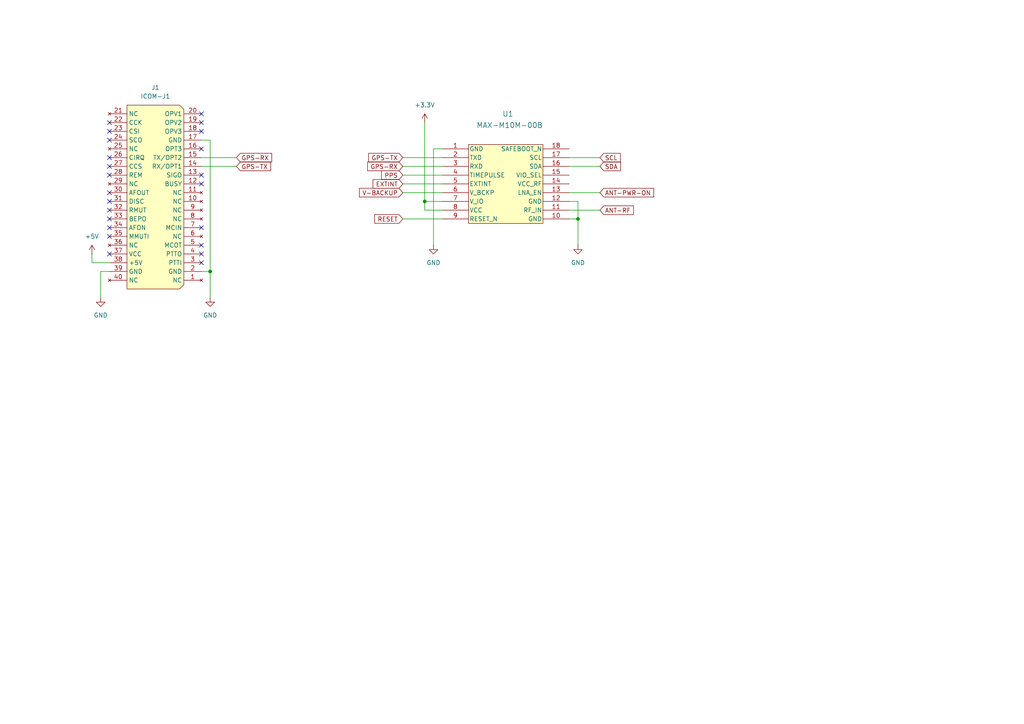
<source format=kicad_sch>
(kicad_sch (version 20231120) (generator "eeschema") (generator_version "8.0")
  (paper "A4")
  (title_block (title "ICOM Internal GPS Module") (date "2024-03-12") (rev "1.0") (company "MSF") (comment 1 "Frédéric Druppel"))
  (lib_symbols
    (symbol "2024-03-11_12-39-59:MAX-M10M-00B" (pin_names (offset 0.254))
      (property "Reference" "U" (at 18.288 7.874 0))
      (property "Value" "MAX-M10M-00B" (at 18.288 5.334 0))
      (symbol "MAX-M10M-00B_0_1"
        (pin power_out line (at 0 0 0) (length 7.62) (name "GND") (number "1"))
        (pin power_out line (at 36.83 -20.32 180) (length 7.62) (name "GND") (number "10"))
        (pin input line (at 36.83 -17.78 180) (length 7.62) (name "RF_IN") (number "11"))
        (pin power_out line (at 36.83 -15.24 180) (length 7.62) (name "GND") (number "12"))
        (pin output line (at 36.83 -12.7 180) (length 7.62) (name "LNA_EN") (number "13"))
        (pin output line (at 36.83 -10.16 180) (length 7.62) (name "VCC_RF") (number "14"))
        (pin input line (at 36.83 -7.62 180) (length 7.62) (name "VIO_SEL") (number "15"))
        (pin bidirectional line (at 36.83 -5.08 180) (length 7.62) (name "SDA") (number "16"))
        (pin input line (at 36.83 -2.54 180) (length 7.62) (name "SCL") (number "17"))
        (pin input line (at 36.83 0 180) (length 7.62) (name "SAFEBOOT_N") (number "18"))
        (pin output line (at 0 -2.54 0) (length 7.62) (name "TXD") (number "2"))
        (pin input line (at 0 -5.08 0) (length 7.62) (name "RXD") (number "3"))
        (pin output line (at 0 -7.62 0) (length 7.62) (name "TIMEPULSE") (number "4"))
        (pin input line (at 0 -10.16 0) (length 7.62) (name "EXTINT") (number "5"))
        (pin power_in line (at 0 -12.7 0) (length 7.62) (name "V_BCKP") (number "6"))
        (pin power_in line (at 0 -15.24 0) (length 7.62) (name "V_IO") (number "7"))
        (pin power_in line (at 0 -17.78 0) (length 7.62) (name "VCC") (number "8"))
        (pin input line (at 0 -20.32 0) (length 7.62) (name "RESET_N") (number "9"))
      )
      (symbol "MAX-M10M-00B_1_1"
        (rectangle (start 7.62 1.27) (end 29.21 -21.59) (fill (type background)))
      )
    )
    (symbol "ICOM-J1-J2:ICOM-J1"
      (property "Reference" "J" (at 5.08 7.62 0))
      (property "Value" "ICOM-J1" (at 5.08 5.08 0))
      (symbol "ICOM-J1_1_1"
        (polyline (pts (xy 5.08 -50.8) (xy 5.08 2.54) (xy 20.32 2.54) (xy 21.59 1.27) (xy 21.59 -49.53) (xy 20.32 -50.8) (xy 5.08 -50.8)) (fill (type background)))
        (pin no_connect line (at 26.67 -48.26 180) (length 5.08) (name "NC") (number "1"))
        (pin no_connect line (at 26.67 -25.4 180) (length 5.08) (name "NC") (number "10"))
        (pin no_connect line (at 26.67 -22.86 180) (length 5.08) (name "NC") (number "11"))
        (pin passive line (at 26.67 -20.32 180) (length 5.08) (name "BUSY") (number "12"))
        (pin passive line (at 26.67 -17.78 180) (length 5.08) (name "SIGO") (number "13"))
        (pin passive line (at 26.67 -15.24 180) (length 5.08) (name "RX/OPT1") (number "14"))
        (pin passive line (at 26.67 -12.7 180) (length 5.08) (name "TX/OPT2") (number "15"))
        (pin passive line (at 26.67 -10.16 180) (length 5.08) (name "OPT3") (number "16"))
        (pin passive line (at 26.67 -7.62 180) (length 5.08) (name "GND") (number "17"))
        (pin passive line (at 26.67 -5.08 180) (length 5.08) (name "OPV3") (number "18"))
        (pin passive line (at 26.67 -2.54 180) (length 5.08) (name "OPV2") (number "19"))
        (pin passive line (at 26.67 -45.72 180) (length 5.08) (name "GND") (number "2"))
        (pin passive line (at 26.67 0 180) (length 5.08) (name "OPV1") (number "20"))
        (pin no_connect line (at 0 0 0) (length 5.08) (name "NC") (number "21"))
        (pin passive line (at 0 -2.54 0) (length 5.08) (name "CCK") (number "22"))
        (pin passive line (at 0 -5.08 0) (length 5.08) (name "CSI") (number "23"))
        (pin passive line (at 0 -7.62 0) (length 5.08) (name "SCO") (number "24"))
        (pin no_connect line (at 0 -10.16 0) (length 5.08) (name "NC") (number "25"))
        (pin passive line (at 0 -12.7 0) (length 5.08) (name "CIRQ") (number "26"))
        (pin passive line (at 0 -15.24 0) (length 5.08) (name "CCS") (number "27"))
        (pin passive line (at 0 -17.78 0) (length 5.08) (name "REM") (number "28"))
        (pin no_connect line (at 0 -20.32 0) (length 5.08) (name "NC") (number "29"))
        (pin passive line (at 26.67 -43.18 180) (length 5.08) (name "PTTI") (number "3"))
        (pin passive line (at 0 -22.86 0) (length 5.08) (name "AFOUT") (number "30"))
        (pin passive line (at 0 -25.4 0) (length 5.08) (name "DISC") (number "31"))
        (pin passive line (at 0 -27.94 0) (length 5.08) (name "RMUT") (number "32"))
        (pin passive line (at 0 -30.48 0) (length 5.08) (name "BEPO") (number "33"))
        (pin passive line (at 0 -33.02 0) (length 5.08) (name "AFON") (number "34"))
        (pin passive line (at 0 -35.56 0) (length 5.08) (name "MMUTI") (number "35"))
        (pin no_connect line (at 0 -38.1 0) (length 5.08) (name "NC") (number "36"))
        (pin passive line (at 0 -40.64 0) (length 5.08) (name "VCC") (number "37"))
        (pin passive line (at 0 -43.18 0) (length 5.08) (name "+5V") (number "38"))
        (pin passive line (at 0 -45.72 0) (length 5.08) (name "GND") (number "39"))
        (pin passive line (at 26.67 -40.64 180) (length 5.08) (name "PTTO") (number "4"))
        (pin no_connect line (at 0 -48.26 0) (length 5.08) (name "NC") (number "40"))
        (pin passive line (at 26.67 -38.1 180) (length 5.08) (name "MCOT") (number "5"))
        (pin no_connect line (at 26.67 -35.56 180) (length 5.08) (name "NC") (number "6"))
        (pin passive line (at 26.67 -33.02 180) (length 5.08) (name "MCIN") (number "7"))
        (pin no_connect line (at 26.67 -30.48 180) (length 5.08) (name "NC") (number "8"))
        (pin no_connect line (at 26.67 -27.94 180) (length 5.08) (name "NC") (number "9"))
      )
    )
    (symbol "power:+3.3V" (power) (pin_numbers hide) (pin_names (offset 0) hide)
      (property "Value" "+3.3V" (at 0 3.556 0))
      (symbol "+3.3V_0_1"
        (polyline (pts (xy -0.762 1.27) (xy 0 2.54)))
        (polyline (pts (xy 0 0) (xy 0 2.54)))
        (polyline (pts (xy 0 2.54) (xy 0.762 1.27)))
      )
      (symbol "+3.3V_1_1"
        (pin power_in line (at 0 0 90) (length 0) (name "~") (number "1"))
      )
    )
    (symbol "power:+5V" (power) (pin_numbers hide) (pin_names (offset 0) hide)
      (property "Value" "+5V" (at 0 3.556 0))
      (symbol "+5V_0_1"
        (polyline (pts (xy -0.762 1.27) (xy 0 2.54)))
        (polyline (pts (xy 0 0) (xy 0 2.54)))
        (polyline (pts (xy 0 2.54) (xy 0.762 1.27)))
      )
      (symbol "+5V_1_1"
        (pin power_in line (at 0 0 90) (length 0) (name "~") (number "1"))
      )
    )
    (symbol "power:GND" (power) (pin_numbers hide) (pin_names (offset 0) hide)
      (property "Value" "GND" (at 0 -3.81 0))
      (symbol "GND_0_1"
        (polyline (pts (xy 0 0) (xy 0 -1.27) (xy 1.27 -1.27) (xy 0 -2.54) (xy -1.27 -1.27) (xy 0 -1.27)))
      )
      (symbol "GND_1_1"
        (pin power_in line (at 0 0 270) (length 0) (name "~") (number "1"))
      )
    )
  )
  (junction (at 167.64 63.5))
  (junction (at 60.96 78.74))
  (junction (at 123.19 58.42))
  (no_connect (at 58.42 43.18))
  (no_connect (at 58.42 76.2))
  (no_connect (at 58.42 35.56))
  (no_connect (at 31.75 68.58))
  (no_connect (at 58.42 50.8))
  (no_connect (at 31.75 63.5))
  (no_connect (at 58.42 73.66))
  (no_connect (at 31.75 35.56))
  (no_connect (at 31.75 66.04))
  (no_connect (at 58.42 53.34))
  (no_connect (at 31.75 60.96))
  (no_connect (at 58.42 66.04))
  (no_connect (at 31.75 73.66))
  (no_connect (at 31.75 38.1))
  (no_connect (at 31.75 48.26))
  (no_connect (at 31.75 55.88))
  (no_connect (at 58.42 71.12))
  (no_connect (at 58.42 38.1))
  (no_connect (at 58.42 33.02))
  (no_connect (at 31.75 50.8))
  (no_connect (at 31.75 45.72))
  (no_connect (at 31.75 58.42))
  (no_connect (at 31.75 40.64))
  (wire (pts (xy 116.84 48.26) (xy 128.27 48.26)))
  (wire (pts (xy 123.19 35.56) (xy 123.19 58.42)))
  (wire (pts (xy 29.21 78.74) (xy 31.75 78.74)))
  (wire (pts (xy 116.84 55.88) (xy 128.27 55.88)))
  (wire (pts (xy 165.1 58.42) (xy 167.64 58.42)))
  (wire (pts (xy 165.1 55.88) (xy 173.99 55.88)))
  (wire (pts (xy 31.75 76.2) (xy 26.67 76.2)))
  (wire (pts (xy 116.84 50.8) (xy 128.27 50.8)))
  (wire (pts (xy 165.1 63.5) (xy 167.64 63.5)))
  (wire (pts (xy 165.1 45.72) (xy 173.99 45.72)))
  (wire (pts (xy 123.19 58.42) (xy 123.19 60.96)))
  (wire (pts (xy 60.96 78.74) (xy 60.96 86.36)))
  (wire (pts (xy 58.42 40.64) (xy 60.96 40.64)))
  (wire (pts (xy 60.96 40.64) (xy 60.96 78.74)))
  (wire (pts (xy 116.84 63.5) (xy 128.27 63.5)))
  (wire (pts (xy 167.64 63.5) (xy 167.64 71.12)))
  (wire (pts (xy 167.64 58.42) (xy 167.64 63.5)))
  (wire (pts (xy 125.73 71.12) (xy 125.73 43.18)))
  (wire (pts (xy 58.42 48.26) (xy 68.58 48.26)))
  (wire (pts (xy 58.42 78.74) (xy 60.96 78.74)))
  (wire (pts (xy 123.19 58.42) (xy 128.27 58.42)))
  (wire (pts (xy 26.67 76.2) (xy 26.67 73.66)))
  (wire (pts (xy 165.1 48.26) (xy 173.99 48.26)))
  (wire (pts (xy 125.73 43.18) (xy 128.27 43.18)))
  (wire (pts (xy 29.21 86.36) (xy 29.21 78.74)))
  (wire (pts (xy 123.19 60.96) (xy 128.27 60.96)))
  (wire (pts (xy 58.42 45.72) (xy 68.58 45.72)))
  (wire (pts (xy 116.84 45.72) (xy 128.27 45.72)))
  (wire (pts (xy 165.1 60.96) (xy 173.99 60.96)))
  (wire (pts (xy 116.84 53.34) (xy 128.27 53.34)))
  (global_label "GPS-RX" (shape input) (at 68.58 45.72 0) (property "Intersheetrefs" "${INTERSHEET_REFS}" (effects (hide yes))))
  (global_label "ANT-RF" (shape input) (at 173.99 60.96 0) (property "Intersheetrefs" "${INTERSHEET_REFS}" (effects (hide yes))))
  (global_label "SCL" (shape input) (at 173.99 45.72 0) (property "Intersheetrefs" "${INTERSHEET_REFS}" (effects (hide yes))))
  (global_label "GPS-RX" (shape input) (at 116.84 48.26 180) (property "Intersheetrefs" "${INTERSHEET_REFS}" (effects (hide yes))))
  (global_label "RESET" (shape input) (at 116.84 63.5 180) (property "Intersheetrefs" "${INTERSHEET_REFS}" (effects (hide yes))))
  (global_label "GPS-TX" (shape input) (at 68.58 48.26 0) (property "Intersheetrefs" "${INTERSHEET_REFS}" (effects (hide yes))))
  (global_label "V-BACKUP" (shape input) (at 116.84 55.88 180) (property "Intersheetrefs" "${INTERSHEET_REFS}" (effects (hide yes))))
  (global_label "EXTINT" (shape input) (at 116.84 53.34 180) (property "Intersheetrefs" "${INTERSHEET_REFS}" (effects (hide yes))))
  (global_label "PPS" (shape input) (at 116.84 50.8 180) (property "Intersheetrefs" "${INTERSHEET_REFS}" (effects (hide yes))))
  (global_label "ANT-PWR-ON" (shape input) (at 173.99 55.88 0) (property "Intersheetrefs" "${INTERSHEET_REFS}" (effects (hide yes))))
  (global_label "GPS-TX" (shape input) (at 116.84 45.72 180) (property "Intersheetrefs" "${INTERSHEET_REFS}" (effects (hide yes))))
  (global_label "SDA" (shape input) (at 173.99 48.26 0) (property "Intersheetrefs" "${INTERSHEET_REFS}" (effects (hide yes))))
  (symbol (lib_id "power:GND") (at 60.96 86.36 0) (unit 1)
    (property "Reference" "#PWR01" (effects (hide yes)))
    (property "Value" "GND" (at 60.96 91.44 0))
    (property "Description" "Power symbol creates a global label with name \"GND\" , ground" (effects (hide yes)))
  )
  (symbol (lib_id "power:+5V") (at 26.67 73.66 0) (unit 1)
    (property "Reference" "#PWR05" (effects (hide yes)))
    (property "Value" "+5V" (at 26.67 68.58 0))
    (property "Description" "Power symbol creates a global label with name \"+5V\"" (effects (hide yes)))
  )
  (symbol (lib_id "power:GND") (at 29.21 86.36 0) (unit 1)
    (property "Reference" "#PWR02" (effects (hide yes)))
    (property "Value" "GND" (at 29.21 91.44 0))
    (property "Description" "Power symbol creates a global label with name \"GND\" , ground" (effects (hide yes)))
  )
  (symbol (lib_id "2024-03-11_12-39-59:MAX-M10M-00B") (at 128.27 43.18 0) (unit 1)
    (property "Reference" "U1" (at 147.32 33.02 0) (effects (font (size 1.524 1.524))))
    (property "Value" "MAX-M10M-00B" (at 147.828 36.322 0) (effects (font (size 1.524 1.524))))
    (property "Footprint" "MOD18_MAX-M10M_UBL" (effects (hide yes)))
    (property "Datasheet" "MAX-M10M-00B" (effects (hide yes)))
  )
  (symbol (lib_id "ICOM-J1-J2:ICOM-J1") (at 31.75 33.02 0) (unit 1)
    (property "Reference" "J1" (at 45.085 25.4 0))
    (property "Value" "ICOM-J1" (at 45.085 27.94 0))
    (property "Footprint" "AXK640347YG" (effects (hide yes)))
    (property "Datasheet" "https://componentsearchengine.com/Datasheets/1/AXK640347YG.pdf" (effects (hide yes)))
    (property "Description" "Board to Board & Mezzanine Connectors CONN HEADER P5K 40 POS 0.5mm" (effects (hide yes)))
    (property "Height" "2.6" (effects (hide yes)))
    (property "Mouser Part Number" "769-AXK640347YG" (effects (hide yes)))
    (property "Mouser Price/Stock" "https://www.mouser.com/Search/Refine.aspx?Keyword=769-AXK640347YG" (effects (hide yes)))
    (property "Manufacturer_Name" "Panasonic" (effects (hide yes)))
    (property "Manufacturer_Part_Number" "AXK640347YG" (effects (hide yes)))
  )
  (symbol (lib_id "power:+3.3V") (at 123.19 35.56 0) (unit 1)
    (property "Reference" "#PWR06" (effects (hide yes)))
    (property "Value" "+3.3V" (at 123.19 30.48 0))
    (property "Description" "Power symbol creates a global label with name \"+3.3V\"" (effects (hide yes)))
  )
  (symbol (lib_id "power:GND") (at 125.73 71.12 0) (unit 1)
    (property "Reference" "#PWR03" (effects (hide yes)))
    (property "Value" "GND" (at 125.73 76.2 0))
    (property "Description" "Power symbol creates a global label with name \"GND\" , ground" (effects (hide yes)))
  )
  (symbol (lib_id "power:GND") (at 167.64 71.12 0) (unit 1)
    (property "Reference" "#PWR04" (effects (hide yes)))
    (property "Value" "GND" (at 167.64 76.2 0))
    (property "Description" "Power symbol creates a global label with name \"GND\" , ground" (effects (hide yes)))
  )
)
</source>
